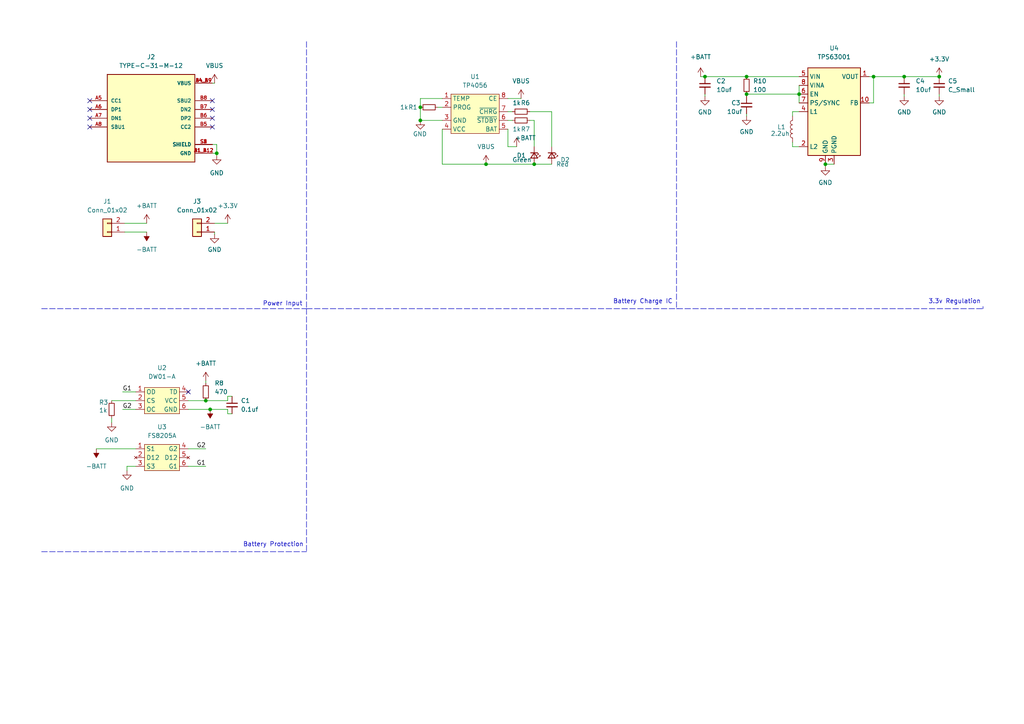
<source format=kicad_sch>
(kicad_sch (version 20211123) (generator eeschema)
  (paper "A4")
  (lib_symbols
    (symbol "Connector_Generic:Conn_01x02" (pin_names (offset 1.016) hide)
      (property "Reference" "J" (at 0 2.54 0))
      (property "Value" "Conn_01x02" (at 0 -5.08 0))
      (symbol "Conn_01x02_1_1"
        (rectangle (start -1.27 -2.413) (end 0 -2.667) (stroke (width 0.1524)))
        (rectangle (start -1.27 0.127) (end 0 -0.127) (stroke (width 0.1524)))
        (rectangle (start -1.27 1.27) (end 1.27 -3.81) (stroke (width 0.254)) (fill (type background)))
        (pin passive line (at -5.08 0 0) (length 3.81) (name "Pin_1") (number "1"))
        (pin passive line (at -5.08 -2.54 0) (length 3.81) (name "Pin_2") (number "2"))
      )
    )
    (symbol "CustomSymbols:DW01-A"
      (property "Reference" "U" (at 0 0 0))
      (property "Value" "DW01-A" (at 0 -1.27 0))
      (symbol "DW01-A_0_1"
        (rectangle (start -5.08 -2.54) (end 5.08 -10.16) (fill (type background)))
      )
      (symbol "DW01-A_1_1"
        (pin input line (at -7.62 -3.81 0) (length 2.54) (name "OD") (number "1"))
        (pin input line (at -7.62 -6.35 0) (length 2.54) (name "CS") (number "2"))
        (pin input line (at -7.62 -8.89 0) (length 2.54) (name "OC") (number "3"))
        (pin no_connect line (at 7.62 -3.81 180) (length 2.54) (name "TD") (number "4"))
        (pin input line (at 7.62 -6.35 180) (length 2.54) (name "VCC") (number "5"))
        (pin power_in line (at 7.62 -8.89 180) (length 2.54) (name "GND") (number "6"))
      )
    )
    (symbol "CustomSymbols:FS8205A"
      (property "Reference" "U" (at 0 0 0))
      (property "Value" "FS8205A" (at 0 0 0))
      (symbol "FS8205A_0_1"
        (rectangle (start -5.08 -2.54) (end 5.08 -10.16) (fill (type background)))
      )
      (symbol "FS8205A_1_1"
        (pin input line (at -7.62 -3.81 0) (length 2.54) (name "S1") (number "1"))
        (pin no_connect line (at -7.62 -6.35 0) (length 2.54) (name "D12") (number "2"))
        (pin input line (at -7.62 -8.89 0) (length 2.54) (name "S3") (number "3"))
        (pin output line (at 7.62 -3.81 180) (length 2.54) (name "G2") (number "4"))
        (pin no_connect line (at 7.62 -6.35 180) (length 2.54) (name "D12") (number "5"))
        (pin output line (at 7.62 -8.89 180) (length 2.54) (name "G1") (number "6"))
      )
    )
    (symbol "CustomSymbols:TP4056"
      (property "Reference" "U" (at 0 6.35 0))
      (property "Value" "TP4056" (at 0 6.35 0))
      (symbol "TP4056_0_1"
        (rectangle (start -6.35 5.08) (end 7.62 -6.35) (fill (type background)))
      )
      (symbol "TP4056_1_1"
        (pin input line (at -8.89 3.81 0) (length 2.54) (name "TEMP") (number "1"))
        (pin input line (at -8.89 1.27 0) (length 2.54) (name "PROG") (number "2"))
        (pin power_in line (at -8.89 -2.54 0) (length 2.54) (name "GND") (number "3"))
        (pin power_in line (at -8.89 -5.08 0) (length 2.54) (name "VCC") (number "4"))
        (pin power_in line (at 10.16 -5.08 180) (length 2.54) (name "BAT") (number "5"))
        (pin output line (at 10.16 -2.54 180) (length 2.54) (name "~{STDBY}") (number "6"))
        (pin output line (at 10.16 0 180) (length 2.54) (name "~{CHRG}") (number "7"))
        (pin output line (at 10.16 3.81 180) (length 2.54) (name "CE") (number "8"))
      )
    )
    (symbol "Device:C_Small" (pin_numbers hide) (pin_names (offset 0.254) hide)
      (property "Reference" "C" (at 0.254 1.778 0))
      (property "Value" "C_Small" (at 0.254 -2.032 0))
      (symbol "C_Small_0_1"
        (polyline (pts (xy -1.524 -0.508) (xy 1.524 -0.508)) (stroke (width 0.3302)))
        (polyline (pts (xy -1.524 0.508) (xy 1.524 0.508)) (stroke (width 0.3048)))
      )
      (symbol "C_Small_1_1"
        (pin passive line (at 0 2.54 270) (length 2.032) (name "~") (number "1"))
        (pin passive line (at 0 -2.54 90) (length 2.032) (name "~") (number "2"))
      )
    )
    (symbol "Device:L" (pin_numbers hide) (pin_names (offset 1.016) hide)
      (property "Reference" "L" (at -1.27 0 90))
      (property "Value" "L" (at 1.905 0 90))
      (symbol "L_0_1"
        (arc (start 0 -2.54) (mid 0.635 -1.905) (end 0 -1.27))
        (arc (start 0 -1.27) (mid 0.635 -0.635) (end 0 0))
        (arc (start 0 0) (mid 0.635 0.635) (end 0 1.27))
        (arc (start 0 1.27) (mid 0.635 1.905) (end 0 2.54))
      )
      (symbol "L_1_1"
        (pin passive line (at 0 3.81 270) (length 1.27) (name "1") (number "1"))
        (pin passive line (at 0 -3.81 90) (length 1.27) (name "2") (number "2"))
      )
    )
    (symbol "Device:LED_Small" (pin_numbers hide) (pin_names (offset 0.254) hide)
      (property "Reference" "D" (at -1.27 3.175 0))
      (property "Value" "LED_Small" (at -4.445 -2.54 0))
      (symbol "LED_Small_0_1"
        (polyline (pts (xy -0.762 -1.016) (xy -0.762 1.016)) (stroke (width 0.254)))
        (polyline (pts (xy 1.016 0) (xy -0.762 0)))
        (polyline (pts (xy 0.762 -1.016) (xy -0.762 0) (xy 0.762 1.016) (xy 0.762 -1.016)) (stroke (width 0.254)))
        (polyline (pts (xy 0 0.762) (xy -0.508 1.27) (xy -0.254 1.27) (xy -0.508 1.27) (xy -0.508 1.016)))
        (polyline (pts (xy 0.508 1.27) (xy 0 1.778) (xy 0.254 1.778) (xy 0 1.778) (xy 0 1.524)))
      )
      (symbol "LED_Small_1_1"
        (pin passive line (at -2.54 0 0) (length 1.778) (name "K") (number "1"))
        (pin passive line (at 2.54 0 180) (length 1.778) (name "A") (number "2"))
      )
    )
    (symbol "Device:R_Small" (pin_numbers hide) (pin_names (offset 0.254) hide)
      (property "Reference" "R" (at 0.762 0.508 0))
      (property "Value" "R_Small" (at 0.762 -1.016 0))
      (symbol "R_Small_0_1"
        (rectangle (start -0.762 1.778) (end 0.762 -1.778) (stroke (width 0.2032)))
      )
      (symbol "R_Small_1_1"
        (pin passive line (at 0 2.54 270) (length 0.762) (name "~") (number "1"))
        (pin passive line (at 0 -2.54 90) (length 0.762) (name "~") (number "2"))
      )
    )
    (symbol "Regulator_Switching:TPS63001"
      (property "Reference" "U" (at -7.62 13.97 0))
      (property "Value" "TPS63001" (at 5.08 13.97 0))
      (symbol "TPS63001_0_1"
        (rectangle (start -7.62 12.7) (end 7.62 -12.7) (stroke (width 0.254)) (fill (type background)))
      )
      (symbol "TPS63001_1_1"
        (pin power_out line (at 10.16 10.16 180) (length 2.54) (name "VOUT") (number "1"))
        (pin input line (at 10.16 2.54 180) (length 2.54) (name "FB") (number "10"))
        (pin passive line (at 0 -15.24 90) (length 2.54) hide (name "PGND") (number "11"))
        (pin input line (at -10.16 -10.16 0) (length 2.54) (name "L2") (number "2"))
        (pin power_in line (at 0 -15.24 90) (length 2.54) (name "PGND") (number "3"))
        (pin input line (at -10.16 0 0) (length 2.54) (name "L1") (number "4"))
        (pin power_in line (at -10.16 10.16 0) (length 2.54) (name "VIN") (number "5"))
        (pin input line (at -10.16 5.08 0) (length 2.54) (name "EN") (number "6"))
        (pin input line (at -10.16 2.54 0) (length 2.54) (name "PS/SYNC") (number "7"))
        (pin power_in line (at -10.16 7.62 0) (length 2.54) (name "VINA") (number "8"))
        (pin power_in line (at -2.54 -15.24 90) (length 2.54) (name "GND") (number "9"))
      )
    )
    (symbol "TYPE-C-31-M-12:TYPE-C-31-M-12" (pin_names (offset 1.016))
      (property "Reference" "J" (at -12.7 13.462 0))
      (property "Value" "TYPE-C-31-M-12" (at -12.7 -13.462 0))
      (symbol "TYPE-C-31-M-12_0_0"
        (rectangle (start -12.7 -12.7) (end 12.7 12.7) (stroke (width 0.254)) (fill (type background)))
        (pin power_in line (at 17.78 -10.16 180) (length 5.08) (name "GND") (number "A1_B12"))
        (pin power_in line (at 17.78 10.16 180) (length 5.08) (name "VBUS") (number "A4_B9"))
        (pin bidirectional line (at -17.78 5.08 0) (length 5.08) (name "CC1") (number "A5"))
        (pin bidirectional line (at -17.78 2.54 0) (length 5.08) (name "DP1") (number "A6"))
        (pin bidirectional line (at -17.78 0 0) (length 5.08) (name "DN1") (number "A7"))
        (pin bidirectional line (at -17.78 -2.54 0) (length 5.08) (name "SBU1") (number "A8"))
        (pin power_in line (at 17.78 -10.16 180) (length 5.08) (name "GND") (number "B1_A12"))
        (pin power_in line (at 17.78 10.16 180) (length 5.08) (name "VBUS") (number "B4_A9"))
        (pin bidirectional line (at 17.78 -2.54 180) (length 5.08) (name "CC2") (number "B5"))
        (pin bidirectional line (at 17.78 0 180) (length 5.08) (name "DP2") (number "B6"))
        (pin bidirectional line (at 17.78 2.54 180) (length 5.08) (name "DN2") (number "B7"))
        (pin bidirectional line (at 17.78 5.08 180) (length 5.08) (name "SBU2") (number "B8"))
        (pin passive line (at 17.78 -7.62 180) (length 5.08) (name "SHIELD") (number "S1"))
        (pin passive line (at 17.78 -7.62 180) (length 5.08) (name "SHIELD") (number "S2"))
        (pin passive line (at 17.78 -7.62 180) (length 5.08) (name "SHIELD") (number "S3"))
        (pin passive line (at 17.78 -7.62 180) (length 5.08) (name "SHIELD") (number "S4"))
      )
    )
    (symbol "power:+3.3V" (power) (pin_names (offset 0))
      (property "Value" "+3.3V" (at 0 3.556 0))
      (symbol "+3.3V_0_1"
        (polyline (pts (xy -0.762 1.27) (xy 0 2.54)))
        (polyline (pts (xy 0 0) (xy 0 2.54)))
        (polyline (pts (xy 0 2.54) (xy 0.762 1.27)))
      )
      (symbol "+3.3V_1_1"
        (pin power_in line (at 0 0 90) (length 0) hide (name "+3.3V") (number "1"))
      )
    )
    (symbol "power:+BATT" (power) (pin_names (offset 0))
      (property "Value" "+BATT" (at 0 3.556 0))
      (symbol "+BATT_0_1"
        (polyline (pts (xy -0.762 1.27) (xy 0 2.54)))
        (polyline (pts (xy 0 0) (xy 0 2.54)))
        (polyline (pts (xy 0 2.54) (xy 0.762 1.27)))
      )
      (symbol "+BATT_1_1"
        (pin power_in line (at 0 0 90) (length 0) hide (name "+BATT") (number "1"))
      )
    )
    (symbol "power:-BATT" (power) (pin_names (offset 0))
      (property "Value" "-BATT" (at 0 3.556 0))
      (symbol "-BATT_0_1"
        (polyline (pts (xy 0 0) (xy 0 2.54)))
        (polyline (pts (xy 0.762 1.27) (xy -0.762 1.27) (xy 0 2.54) (xy 0.762 1.27)) (fill (type outline)))
      )
      (symbol "-BATT_1_1"
        (pin power_in line (at 0 0 90) (length 0) hide (name "-BATT") (number "1"))
      )
    )
    (symbol "power:GND" (power) (pin_names (offset 0))
      (property "Value" "GND" (at 0 -3.81 0))
      (symbol "GND_0_1"
        (polyline (pts (xy 0 0) (xy 0 -1.27) (xy 1.27 -1.27) (xy 0 -2.54) (xy -1.27 -1.27) (xy 0 -1.27)))
      )
      (symbol "GND_1_1"
        (pin power_in line (at 0 0 270) (length 0) hide (name "GND") (number "1"))
      )
    )
    (symbol "power:VBUS" (power) (pin_names (offset 0))
      (property "Value" "VBUS" (at 0 3.81 0))
      (symbol "VBUS_0_1"
        (polyline (pts (xy -0.762 1.27) (xy 0 2.54)))
        (polyline (pts (xy 0 0) (xy 0 2.54)))
        (polyline (pts (xy 0 2.54) (xy 0.762 1.27)))
      )
      (symbol "VBUS_1_1"
        (pin power_in line (at 0 0 90) (length 0) hide (name "VBUS") (number "1"))
      )
    )
  )
  (junction (at 216.535 22.225))
  (junction (at 60.96 118.745))
  (junction (at 121.92 31.115))
  (junction (at 262.255 22.225))
  (junction (at 140.97 47.625))
  (junction (at 154.94 47.625))
  (junction (at 204.47 22.225))
  (junction (at 59.69 116.205))
  (junction (at 239.395 47.625))
  (junction (at 231.775 27.305))
  (junction (at 216.535 27.305))
  (junction (at 253.365 22.225))
  (junction (at 272.415 22.225))
  (junction (at 121.92 34.925))
  (junction (at 62.865 44.45))
  (no_connect (at 54.61 113.665))
  (no_connect (at 61.595 34.29))
  (no_connect (at 26.035 36.83))
  (no_connect (at 61.595 36.83))
  (no_connect (at 26.035 34.29))
  (no_connect (at 26.035 31.75))
  (no_connect (at 61.595 31.75))
  (no_connect (at 61.595 29.21))
  (no_connect (at 26.035 29.21))
  (wire (pts (xy 66.04 120.015) (xy 67.31 120.015)))
  (wire (pts (xy 36.83 135.255) (xy 39.37 135.255)))
  (wire (pts (xy 54.61 116.205) (xy 59.69 116.205)))
  (wire (pts (xy 160.02 32.385) (xy 160.02 42.545)))
  (wire (pts (xy 128.27 34.925) (xy 121.92 34.925)))
  (wire (pts (xy 62.23 64.77) (xy 66.04 64.77)))
  (wire (pts (xy 62.865 41.91) (xy 61.595 41.91)))
  (polyline (pts (xy 88.9 89.535) (xy 285.115 89.535)))
  (wire (pts (xy 147.32 37.465) (xy 147.32 42.545)))
  (polyline (pts (xy 285.115 88.9) (xy 285.115 89.535)))
  (wire (pts (xy 128.27 47.625) (xy 140.97 47.625)))
  (wire (pts (xy 253.365 22.225) (xy 253.365 29.845)))
  (wire (pts (xy 216.535 22.225) (xy 231.775 22.225)))
  (polyline (pts (xy 12.065 160.02) (xy 88.9 160.02)))
  (wire (pts (xy 54.61 130.175) (xy 59.69 130.175)))
  (wire (pts (xy 231.775 27.305) (xy 231.775 29.845)))
  (wire (pts (xy 66.04 118.745) (xy 66.04 120.015)))
  (wire (pts (xy 121.92 34.925) (xy 121.92 31.115)))
  (wire (pts (xy 239.395 47.625) (xy 241.935 47.625)))
  (wire (pts (xy 216.535 27.305) (xy 231.775 27.305)))
  (wire (pts (xy 154.94 34.925) (xy 153.67 34.925)))
  (wire (pts (xy 27.94 130.175) (xy 39.37 130.175)))
  (wire (pts (xy 153.67 32.385) (xy 160.02 32.385)))
  (wire (pts (xy 54.61 135.255) (xy 59.69 135.255)))
  (wire (pts (xy 229.87 42.545) (xy 231.775 42.545)))
  (wire (pts (xy 154.94 47.625) (xy 160.02 47.625)))
  (wire (pts (xy 121.92 28.575) (xy 128.27 28.575)))
  (wire (pts (xy 229.87 41.275) (xy 229.87 42.545)))
  (wire (pts (xy 61.595 44.45) (xy 62.865 44.45)))
  (wire (pts (xy 262.255 22.225) (xy 272.415 22.225)))
  (wire (pts (xy 216.535 27.305) (xy 216.535 27.94)))
  (wire (pts (xy 35.56 118.745) (xy 39.37 118.745)))
  (wire (pts (xy 229.87 32.385) (xy 229.87 33.655)))
  (wire (pts (xy 66.04 114.935) (xy 67.31 114.935)))
  (wire (pts (xy 62.23 67.31) (xy 62.23 67.945)))
  (polyline (pts (xy 196.215 12.065) (xy 196.215 89.535)))
  (wire (pts (xy 231.775 32.385) (xy 229.87 32.385)))
  (wire (pts (xy 231.775 24.765) (xy 231.775 27.305)))
  (polyline (pts (xy 88.9 89.535) (xy 88.9 160.02)))
  (wire (pts (xy 154.94 42.545) (xy 154.94 34.925)))
  (polyline (pts (xy 12.065 89.535) (xy 88.9 89.535)))
  (wire (pts (xy 59.69 116.205) (xy 66.04 116.205)))
  (wire (pts (xy 147.32 28.575) (xy 151.13 28.575)))
  (wire (pts (xy 147.32 34.925) (xy 148.59 34.925)))
  (wire (pts (xy 35.56 113.665) (xy 39.37 113.665)))
  (wire (pts (xy 204.47 22.225) (xy 216.535 22.225)))
  (wire (pts (xy 147.32 32.385) (xy 148.59 32.385)))
  (wire (pts (xy 262.255 27.305) (xy 262.255 27.94)))
  (wire (pts (xy 36.83 136.525) (xy 36.83 135.255)))
  (wire (pts (xy 59.69 110.49) (xy 59.69 111.125)))
  (wire (pts (xy 253.365 22.225) (xy 262.255 22.225)))
  (wire (pts (xy 62.865 44.45) (xy 62.865 41.91)))
  (wire (pts (xy 204.47 27.305) (xy 204.47 27.94)))
  (wire (pts (xy 140.97 47.625) (xy 154.94 47.625)))
  (polyline (pts (xy 88.9 12.065) (xy 88.9 89.535)))
  (wire (pts (xy 203.2 22.225) (xy 204.47 22.225)))
  (wire (pts (xy 127 31.115) (xy 128.27 31.115)))
  (wire (pts (xy 239.395 47.625) (xy 239.395 48.26)))
  (wire (pts (xy 216.535 33.02) (xy 216.535 33.655)))
  (wire (pts (xy 253.365 29.845) (xy 252.095 29.845)))
  (wire (pts (xy 61.595 24.13) (xy 62.23 24.13)))
  (wire (pts (xy 32.385 116.205) (xy 39.37 116.205)))
  (wire (pts (xy 36.195 64.77) (xy 42.545 64.77)))
  (wire (pts (xy 54.61 118.745) (xy 60.96 118.745)))
  (polyline (pts (xy 196.215 89.535) (xy 196.85 89.535)))
  (wire (pts (xy 147.32 42.545) (xy 149.86 42.545)))
  (wire (pts (xy 121.92 28.575) (xy 121.92 31.115)))
  (wire (pts (xy 252.095 22.225) (xy 253.365 22.225)))
  (wire (pts (xy 32.385 121.285) (xy 32.385 122.555)))
  (wire (pts (xy 66.04 116.205) (xy 66.04 114.935)))
  (wire (pts (xy 62.865 44.45) (xy 62.865 45.085)))
  (wire (pts (xy 128.27 37.465) (xy 128.27 47.625)))
  (wire (pts (xy 60.96 118.745) (xy 66.04 118.745)))
  (wire (pts (xy 272.415 27.305) (xy 272.415 27.94)))
  (wire (pts (xy 36.195 67.31) (xy 42.545 67.31)))
  (text "Battery Protection" (at 70.485 158.75 0) (effects (font (size 1.27 1.27)) (justify left bottom)))
  (text "Power Input" (at 76.2 88.9 0) (effects (font (size 1.27 1.27)) (justify left bottom)))
  (text "Battery Charge IC" (at 177.8 88.265 0) (effects (font (size 1.27 1.27)) (justify left bottom)))
  (text "3.3v Regulation" (at 269.24 88.265 0) (effects (font (size 1.27 1.27)) (justify left bottom)))
  (label "G1" (at 59.69 135.255 180))
  (label "G2" (at 59.69 130.175 180))
  (label "G1" (at 35.56 113.665 0))
  (label "G2" (at 35.56 118.745 0))
  (symbol (lib_id "power:GND") (at 272.415 27.94 0) (unit 1)
    (property "Reference" "#PWR0117" (effects hide))
    (property "Value" "GND" (at 272.415 32.512 0))
  )
  (symbol (lib_id "Device:C_Small") (at 216.535 30.48 0) (unit 1)
    (property "Reference" "C3" (at 212.09 29.845 0) (effects (justify left)))
    (property "Value" "10uf" (at 210.82 32.385 0) (effects (justify left)))
    (property "Footprint" "Capacitor_SMD:C_0805_2012Metric" (effects hide))
  )
  (symbol (lib_id "Device:C_Small") (at 67.31 117.475 0) (unit 1)
    (property "Reference" "C1" (at 69.85 116.2112 0) (effects (justify left)))
    (property "Value" "0.1uf" (at 69.85 118.7512 0) (effects (justify left)))
    (property "Footprint" "Capacitor_SMD:C_0805_2012Metric" (effects hide))
  )
  (symbol (lib_id "power:GND") (at 121.92 34.925 0) (unit 1)
    (property "Reference" "#PWR0103" (effects hide))
    (property "Value" "GND" (at 121.793 38.862 0))
  )
  (symbol (lib_id "CustomSymbols:FS8205A") (at 46.99 126.365 0) (unit 1)
    (property "Reference" "U3" (at 46.99 123.825 0))
    (property "Value" "FS8205A" (at 46.99 126.365 0))
    (property "Footprint" "Package_TO_SOT_SMD:SOT-23-6" (effects hide))
  )
  (symbol (lib_id "power:GND") (at 62.23 67.945 0) (unit 1)
    (property "Reference" "#PWR0122" (effects hide))
    (property "Value" "GND" (at 62.23 72.39 0))
  )
  (symbol (lib_id "power:-BATT") (at 27.94 130.175 180) (unit 1)
    (property "Reference" "#PWR0116" (effects hide))
    (property "Value" "-BATT" (at 27.94 135.255 0))
  )
  (symbol (lib_id "Device:R_Small") (at 216.535 24.765 0) (unit 1)
    (property "Reference" "R10" (at 218.44 23.4949 0) (effects (justify left)))
    (property "Value" "100" (at 218.44 26.0349 0) (effects (justify left)))
    (property "Footprint" "Resistor_SMD:R_0805_2012Metric" (effects hide))
  )
  (symbol (lib_id "Device:R_Small") (at 59.69 113.665 0) (unit 1)
    (property "Reference" "R8" (at 62.23 111.125 0) (effects (justify left)))
    (property "Value" "470" (at 62.23 113.665 0) (effects (justify left)))
    (property "Footprint" "Resistor_SMD:R_0805_2012Metric" (effects hide))
  )
  (symbol (lib_id "Device:R_Small") (at 124.46 31.115 90) (unit 1)
    (property "Reference" "R1" (at 119.761 31.115 90))
    (property "Value" "1k" (at 117.221 31.115 90))
    (property "Footprint" "Resistor_SMD:R_0805_2012Metric" (effects hide))
  )
  (symbol (lib_id "power:+BATT") (at 203.2 22.225 0) (unit 1)
    (property "Reference" "#PWR0121" (effects hide))
    (property "Value" "+BATT" (at 203.2 16.51 0))
  )
  (symbol (lib_id "power:GND") (at 216.535 33.655 0) (unit 1)
    (property "Reference" "#PWR0120" (effects hide))
    (property "Value" "GND" (at 216.535 38.227 0))
  )
  (symbol (lib_id "power:VBUS") (at 151.13 28.575 0) (unit 1)
    (property "Reference" "#PWR0102" (effects hide))
    (property "Value" "VBUS" (at 151.13 23.495 0))
  )
  (symbol (lib_id "Device:C_Small") (at 204.47 24.765 0) (unit 1)
    (property "Reference" "C2" (at 207.772 23.5012 0) (effects (justify left)))
    (property "Value" "10uf" (at 207.772 26.0412 0) (effects (justify left)))
    (property "Footprint" "Capacitor_SMD:C_0805_2012Metric" (effects hide))
  )
  (symbol (lib_id "power:+3.3V") (at 272.415 22.225 0) (unit 1)
    (property "Reference" "#PWR0106" (effects hide))
    (property "Value" "+3.3V" (at 272.415 17.145 0))
  )
  (symbol (lib_id "Device:C_Small") (at 262.255 24.765 0) (unit 1)
    (property "Reference" "C4" (at 265.557 23.5012 0) (effects (justify left)))
    (property "Value" "10uf" (at 265.557 26.0412 0) (effects (justify left)))
    (property "Footprint" "Capacitor_SMD:C_0805_2012Metric" (effects hide))
  )
  (symbol (lib_id "Regulator_Switching:TPS63001") (at 241.935 32.385 0) (unit 1)
    (property "Reference" "U4" (at 241.935 13.97 0))
    (property "Value" "TPS63001" (at 241.935 16.51 0))
    (property "Footprint" "Package_SON:Texas_DRC0010J_ThermalVias" (effects hide))
    (property "Datasheet" "http://www.ti.com/lit/ds/symlink/tps63000.pdf" (effects hide))
  )
  (symbol (lib_id "Device:LED_Small") (at 154.94 45.085 270) (unit 1)
    (property "Reference" "D1" (at 149.86 45.085 90) (effects (justify left)))
    (property "Value" "Green" (at 148.59 46.355 90) (effects (justify left)))
    (property "Footprint" "LED_SMD:LED_0805_2012Metric" (effects hide))
  )
  (symbol (lib_id "TYPE-C-31-M-12:TYPE-C-31-M-12") (at 43.815 34.29 0) (unit 1)
    (property "Reference" "J2" (at 43.815 16.51 0))
    (property "Value" "TYPE-C-31-M-12" (at 43.815 19.05 0))
    (property "Footprint" "TYPE-C-31-M-12:HRO_TYPE-C-31-M-12" (effects hide))
    (property "MF" "HRO Electronics Co., Ltd." (effects hide))
    (property "MAXIMUM_PACKAGE_HEIGHT" "3.26 mm" (effects hide))
    (property "Package" "Package" (effects hide))
    (property "Price" "None" (effects hide))
    (property "Check_prices" "https://www.snapeda.com/parts/TYPE-C-31-M-12/HRO+Electronics+Co.%252C+Ltd./view-part/?ref=eda" (effects hide))
    (property "STANDARD" "Manufacturer Recommendations" (effects hide))
    (property "PARTREV" "2020.12.08" (effects hide))
    (property "SnapEDA_Link" "https://www.snapeda.com/parts/TYPE-C-31-M-12/HRO+Electronics+Co.%252C+Ltd./view-part/?ref=snap" (effects hide))
    (property "MP" "TYPE-C-31-M-12" (effects hide))
    (property "Description" "\nUSB Connectors 24 Receptacle 1 8.94*7.3mm RoHS\n" (effects hide))
    (property "SNAPEDA_PN" "TYPE-C-31-M-12" (effects hide))
    (property "Availability" "Not in stock" (effects hide))
    (property "MANUFACTURER" "HRO Electronics Co., Ltd." (effects hide))
  )
  (symbol (lib_id "power:-BATT") (at 42.545 67.31 180) (unit 1)
    (property "Reference" "#PWR0110" (effects hide))
    (property "Value" "-BATT" (at 42.545 72.39 0))
  )
  (symbol (lib_id "CustomSymbols:DW01-A") (at 46.99 109.855 0) (unit 1)
    (property "Reference" "U2" (at 46.99 106.68 0))
    (property "Value" "DW01-A" (at 46.99 109.22 0))
    (property "Footprint" "Package_TO_SOT_SMD:SOT-23-6" (effects hide))
  )
  (symbol (lib_id "power:+BATT") (at 59.69 110.49 0) (unit 1)
    (property "Reference" "#PWR0112" (effects hide))
    (property "Value" "+BATT" (at 59.69 105.41 0))
  )
  (symbol (lib_id "power:+BATT") (at 42.545 64.77 0) (unit 1)
    (property "Reference" "#PWR0111" (effects hide))
    (property "Value" "+BATT" (at 42.545 59.69 0))
  )
  (symbol (lib_id "power:GND") (at 32.385 122.555 0) (unit 1)
    (property "Reference" "#PWR0115" (effects hide))
    (property "Value" "GND" (at 32.385 127.635 0))
  )
  (symbol (lib_id "CustomSymbols:TP4056") (at 137.16 32.385 0) (unit 1)
    (property "Reference" "U1" (at 137.795 22.225 0))
    (property "Value" "TP4056" (at 137.795 24.765 0))
    (property "Footprint" "Custom Footprints:TP4056" (effects hide))
  )
  (symbol (lib_id "power:+3.3V") (at 66.04 64.77 0) (unit 1)
    (property "Reference" "#PWR0123" (effects hide))
    (property "Value" "+3.3V" (at 66.04 59.69 0))
  )
  (symbol (lib_id "power:-BATT") (at 60.96 118.745 180) (unit 1)
    (property "Reference" "#PWR0113" (effects hide))
    (property "Value" "-BATT" (at 60.96 123.825 0))
  )
  (symbol (lib_id "Device:L") (at 229.87 37.465 180) (unit 1)
    (property "Reference" "L1" (at 225.425 36.83 0) (effects (justify right)))
    (property "Value" "2.2uh" (at 223.52 38.735 0) (effects (justify right)))
    (property "Footprint" "Inductor_SMD:L_1210_3225Metric" (effects hide))
  )
  (symbol (lib_id "power:VBUS") (at 140.97 47.625 0) (unit 1)
    (property "Reference" "#PWR0101" (effects hide))
    (property "Value" "VBUS" (at 140.97 42.545 0))
  )
  (symbol (lib_id "Connector_Generic:Conn_01x02") (at 57.15 67.31 180) (unit 1)
    (property "Reference" "J3" (at 57.15 58.42 0))
    (property "Value" "Conn_01x02" (at 57.15 60.96 0))
    (property "Footprint" "Connector_PinHeader_2.54mm:PinHeader_1x02_P2.54mm_Vertical" (effects hide))
  )
  (symbol (lib_id "Device:C_Small") (at 272.415 24.765 0) (unit 1)
    (property "Reference" "C5" (at 274.955 23.5012 0) (effects (justify left)))
    (property "Value" "C_Small" (at 274.955 26.0412 0) (effects (justify left)))
    (property "Footprint" "Capacitor_SMD:C_0805_2012Metric" (effects hide))
  )
  (symbol (lib_id "Device:R_Small") (at 32.385 118.745 0) (unit 1)
    (property "Reference" "R3" (at 28.702 116.713 0) (effects (justify left)))
    (property "Value" "1k" (at 28.702 118.999 0) (effects (justify left)))
    (property "Footprint" "Resistor_SMD:R_0805_2012Metric" (effects hide))
  )
  (symbol (lib_id "Device:R_Small") (at 151.13 32.385 90) (unit 1)
    (property "Reference" "R6" (at 152.4 29.845 90))
    (property "Value" "1k" (at 149.86 29.845 90))
    (property "Footprint" "Resistor_SMD:R_0805_2012Metric" (effects hide))
  )
  (symbol (lib_id "Device:LED_Small") (at 160.02 45.085 270) (unit 1)
    (property "Reference" "D2" (at 162.56 46.355 90) (effects (justify left)))
    (property "Value" "Red" (at 161.29 47.625 90) (effects (justify left)))
    (property "Footprint" "LED_SMD:LED_0805_2012Metric" (effects hide))
  )
  (symbol (lib_id "power:+BATT") (at 149.86 42.545 0) (unit 1)
    (property "Reference" "#PWR0104" (effects hide))
    (property "Value" "+BATT" (at 152.4 40.005 0))
  )
  (symbol (lib_id "power:GND") (at 204.47 27.94 0) (unit 1)
    (property "Reference" "#PWR0119" (effects hide))
    (property "Value" "GND" (at 204.47 32.512 0))
  )
  (symbol (lib_id "Connector_Generic:Conn_01x02") (at 31.115 67.31 180) (unit 1)
    (property "Reference" "J1" (at 31.115 58.42 0))
    (property "Value" "Conn_01x02" (at 31.115 60.96 0))
    (property "Footprint" "Connector_PinHeader_2.54mm:PinHeader_1x02_P2.54mm_Vertical" (effects hide))
  )
  (symbol (lib_id "power:VBUS") (at 62.23 24.13 0) (unit 1)
    (property "Reference" "#PWR0109" (effects hide))
    (property "Value" "VBUS" (at 62.23 19.05 0))
  )
  (symbol (lib_id "power:GND") (at 262.255 27.94 0) (unit 1)
    (property "Reference" "#PWR0118" (effects hide))
    (property "Value" "GND" (at 262.255 32.512 0))
  )
  (symbol (lib_id "power:GND") (at 239.395 48.26 0) (unit 1)
    (property "Reference" "#PWR0105" (effects hide))
    (property "Value" "GND" (at 239.395 52.959 0))
  )
  (symbol (lib_id "power:GND") (at 62.865 45.085 0) (unit 1)
    (property "Reference" "#PWR0107" (effects hide))
    (property "Value" "GND" (at 62.865 50.165 0))
  )
  (symbol (lib_id "power:GND") (at 36.83 136.525 0) (unit 1)
    (property "Reference" "#PWR0114" (effects hide))
    (property "Value" "GND" (at 36.83 141.605 0))
  )
  (symbol (lib_id "Device:R_Small") (at 151.13 34.925 90) (unit 1)
    (property "Reference" "R7" (at 152.4 37.465 90))
    (property "Value" "1k" (at 149.86 37.465 90))
    (property "Footprint" "Resistor_SMD:R_0805_2012Metric" (effects hide))
  )
)
</source>
